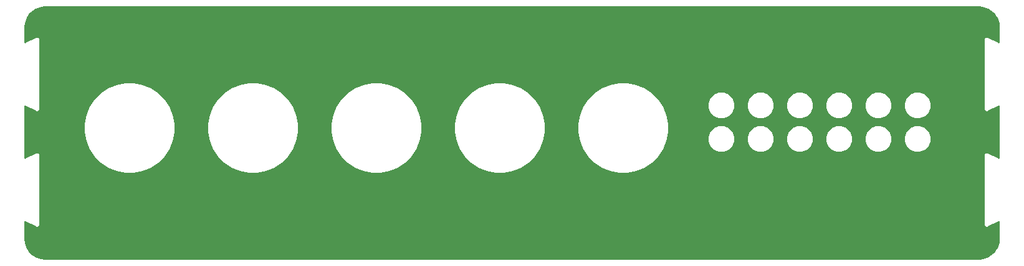
<source format=gbr>
G04 EAGLE Gerber RS-274X export*
G75*
%MOMM*%
%FSLAX34Y34*%
%LPD*%
%INBottom Copper*%
%IPPOS*%
%AMOC8*
5,1,8,0,0,1.08239X$1,22.5*%
G01*
%ADD10C,4.316000*%

G36*
X1300022Y2543D02*
X1300022Y2543D01*
X1300100Y2545D01*
X1304197Y2867D01*
X1304264Y2881D01*
X1304333Y2885D01*
X1304489Y2925D01*
X1312282Y5457D01*
X1312390Y5508D01*
X1312500Y5551D01*
X1312551Y5584D01*
X1312570Y5593D01*
X1312586Y5606D01*
X1312636Y5638D01*
X1319265Y10454D01*
X1319352Y10535D01*
X1319443Y10611D01*
X1319482Y10658D01*
X1319497Y10672D01*
X1319508Y10689D01*
X1319546Y10735D01*
X1324362Y17364D01*
X1324420Y17468D01*
X1324483Y17568D01*
X1324506Y17625D01*
X1324516Y17643D01*
X1324521Y17662D01*
X1324543Y17718D01*
X1327075Y25511D01*
X1327088Y25579D01*
X1327110Y25644D01*
X1327133Y25803D01*
X1327455Y29900D01*
X1327454Y29922D01*
X1327459Y30000D01*
X1327459Y53835D01*
X1327447Y53929D01*
X1327445Y54024D01*
X1327428Y54086D01*
X1327419Y54151D01*
X1327385Y54239D01*
X1327359Y54330D01*
X1327326Y54386D01*
X1327302Y54447D01*
X1327247Y54523D01*
X1327199Y54605D01*
X1327154Y54651D01*
X1327116Y54704D01*
X1327043Y54764D01*
X1326976Y54832D01*
X1326921Y54865D01*
X1326871Y54907D01*
X1326785Y54947D01*
X1326704Y54996D01*
X1326642Y55015D01*
X1326583Y55042D01*
X1326490Y55060D01*
X1326399Y55087D01*
X1326334Y55090D01*
X1326271Y55102D01*
X1326176Y55096D01*
X1326082Y55100D01*
X1326018Y55086D01*
X1325953Y55082D01*
X1325863Y55053D01*
X1325771Y55033D01*
X1325668Y54990D01*
X1325651Y54984D01*
X1325642Y54979D01*
X1325622Y54971D01*
X1311689Y48004D01*
X1311587Y47935D01*
X1311480Y47873D01*
X1311441Y47838D01*
X1311425Y47827D01*
X1311411Y47811D01*
X1311359Y47766D01*
X1311052Y47459D01*
X1310899Y47459D01*
X1310845Y47452D01*
X1310791Y47455D01*
X1310688Y47433D01*
X1310584Y47419D01*
X1310533Y47399D01*
X1310480Y47388D01*
X1310332Y47325D01*
X1310195Y47257D01*
X1309783Y47394D01*
X1309662Y47418D01*
X1309542Y47449D01*
X1309490Y47452D01*
X1309471Y47456D01*
X1309450Y47455D01*
X1309382Y47459D01*
X1308948Y47459D01*
X1308839Y47567D01*
X1308796Y47601D01*
X1308759Y47641D01*
X1308671Y47698D01*
X1308588Y47762D01*
X1308538Y47784D01*
X1308492Y47814D01*
X1308343Y47874D01*
X1308198Y47922D01*
X1308004Y48311D01*
X1307935Y48413D01*
X1307873Y48520D01*
X1307838Y48559D01*
X1307827Y48575D01*
X1307811Y48589D01*
X1307766Y48641D01*
X1307459Y48948D01*
X1307459Y49101D01*
X1307452Y49155D01*
X1307455Y49209D01*
X1307433Y49312D01*
X1307419Y49416D01*
X1307399Y49467D01*
X1307388Y49520D01*
X1307325Y49668D01*
X1307257Y49805D01*
X1307394Y50217D01*
X1307418Y50338D01*
X1307449Y50458D01*
X1307452Y50510D01*
X1307456Y50529D01*
X1307455Y50550D01*
X1307459Y50618D01*
X1307459Y144382D01*
X1307444Y144504D01*
X1307435Y144627D01*
X1307422Y144678D01*
X1307419Y144697D01*
X1307412Y144717D01*
X1307394Y144783D01*
X1307257Y145195D01*
X1307325Y145332D01*
X1307343Y145383D01*
X1307370Y145431D01*
X1307396Y145533D01*
X1307431Y145632D01*
X1307435Y145686D01*
X1307449Y145739D01*
X1307459Y145899D01*
X1307459Y146052D01*
X1307766Y146359D01*
X1307842Y146457D01*
X1307923Y146550D01*
X1307949Y146596D01*
X1307961Y146611D01*
X1307970Y146630D01*
X1308004Y146689D01*
X1308198Y147078D01*
X1308343Y147126D01*
X1308392Y147149D01*
X1308445Y147165D01*
X1308535Y147218D01*
X1308630Y147263D01*
X1308672Y147299D01*
X1308719Y147326D01*
X1308839Y147433D01*
X1308948Y147541D01*
X1309382Y147541D01*
X1309504Y147556D01*
X1309627Y147565D01*
X1309678Y147578D01*
X1309697Y147581D01*
X1309717Y147588D01*
X1309783Y147606D01*
X1310195Y147743D01*
X1310332Y147675D01*
X1310383Y147657D01*
X1310431Y147630D01*
X1310533Y147604D01*
X1310632Y147569D01*
X1310686Y147565D01*
X1310739Y147551D01*
X1310899Y147541D01*
X1311052Y147541D01*
X1311359Y147234D01*
X1311457Y147158D01*
X1311550Y147077D01*
X1311596Y147051D01*
X1311611Y147039D01*
X1311630Y147030D01*
X1311689Y146996D01*
X1325622Y140029D01*
X1325712Y139998D01*
X1325797Y139958D01*
X1325861Y139946D01*
X1325922Y139924D01*
X1326017Y139916D01*
X1326110Y139898D01*
X1326174Y139902D01*
X1326239Y139896D01*
X1326333Y139912D01*
X1326427Y139918D01*
X1326489Y139938D01*
X1326553Y139948D01*
X1326640Y139987D01*
X1326729Y140016D01*
X1326784Y140051D01*
X1326844Y140077D01*
X1326918Y140135D01*
X1326998Y140186D01*
X1327043Y140233D01*
X1327094Y140274D01*
X1327151Y140349D01*
X1327216Y140418D01*
X1327247Y140474D01*
X1327287Y140526D01*
X1327324Y140613D01*
X1327370Y140696D01*
X1327386Y140759D01*
X1327411Y140819D01*
X1327425Y140913D01*
X1327449Y141004D01*
X1327456Y141115D01*
X1327459Y141133D01*
X1327458Y141143D01*
X1327459Y141165D01*
X1327459Y211335D01*
X1327447Y211429D01*
X1327445Y211524D01*
X1327428Y211586D01*
X1327419Y211651D01*
X1327385Y211739D01*
X1327359Y211830D01*
X1327326Y211886D01*
X1327302Y211947D01*
X1327247Y212023D01*
X1327199Y212105D01*
X1327154Y212151D01*
X1327116Y212204D01*
X1327043Y212264D01*
X1326976Y212332D01*
X1326921Y212365D01*
X1326871Y212407D01*
X1326785Y212447D01*
X1326704Y212496D01*
X1326642Y212515D01*
X1326583Y212542D01*
X1326490Y212560D01*
X1326399Y212587D01*
X1326334Y212590D01*
X1326271Y212602D01*
X1326176Y212596D01*
X1326082Y212600D01*
X1326018Y212586D01*
X1325953Y212582D01*
X1325863Y212553D01*
X1325771Y212533D01*
X1325668Y212490D01*
X1325651Y212484D01*
X1325642Y212479D01*
X1325622Y212471D01*
X1311689Y205504D01*
X1311630Y205465D01*
X1311628Y205464D01*
X1311619Y205457D01*
X1311587Y205435D01*
X1311480Y205373D01*
X1311441Y205338D01*
X1311425Y205327D01*
X1311411Y205311D01*
X1311374Y205279D01*
X1311371Y205277D01*
X1311370Y205275D01*
X1311359Y205266D01*
X1311052Y204959D01*
X1310899Y204959D01*
X1310845Y204952D01*
X1310791Y204955D01*
X1310688Y204933D01*
X1310584Y204919D01*
X1310533Y204899D01*
X1310480Y204888D01*
X1310332Y204825D01*
X1310195Y204757D01*
X1309783Y204894D01*
X1309662Y204918D01*
X1309542Y204949D01*
X1309490Y204952D01*
X1309471Y204956D01*
X1309450Y204955D01*
X1309382Y204959D01*
X1308948Y204959D01*
X1308839Y205067D01*
X1308796Y205101D01*
X1308759Y205141D01*
X1308671Y205198D01*
X1308588Y205262D01*
X1308538Y205284D01*
X1308492Y205314D01*
X1308343Y205374D01*
X1308198Y205422D01*
X1308004Y205811D01*
X1307935Y205913D01*
X1307873Y206020D01*
X1307838Y206059D01*
X1307827Y206075D01*
X1307811Y206089D01*
X1307766Y206141D01*
X1307459Y206448D01*
X1307459Y206601D01*
X1307452Y206655D01*
X1307455Y206709D01*
X1307433Y206812D01*
X1307419Y206916D01*
X1307399Y206967D01*
X1307388Y207020D01*
X1307325Y207168D01*
X1307257Y207305D01*
X1307394Y207717D01*
X1307418Y207838D01*
X1307449Y207958D01*
X1307452Y208010D01*
X1307456Y208029D01*
X1307455Y208050D01*
X1307459Y208118D01*
X1307459Y301882D01*
X1307444Y302004D01*
X1307435Y302127D01*
X1307422Y302178D01*
X1307419Y302197D01*
X1307412Y302217D01*
X1307394Y302283D01*
X1307257Y302695D01*
X1307325Y302832D01*
X1307343Y302883D01*
X1307370Y302931D01*
X1307396Y303033D01*
X1307431Y303132D01*
X1307435Y303186D01*
X1307449Y303239D01*
X1307459Y303399D01*
X1307459Y303552D01*
X1307766Y303859D01*
X1307842Y303957D01*
X1307923Y304050D01*
X1307949Y304096D01*
X1307961Y304111D01*
X1307970Y304130D01*
X1308004Y304189D01*
X1308198Y304578D01*
X1308343Y304626D01*
X1308392Y304649D01*
X1308445Y304665D01*
X1308535Y304718D01*
X1308630Y304763D01*
X1308672Y304798D01*
X1308719Y304826D01*
X1308839Y304933D01*
X1308948Y305041D01*
X1309382Y305041D01*
X1309504Y305056D01*
X1309627Y305065D01*
X1309678Y305078D01*
X1309697Y305081D01*
X1309717Y305088D01*
X1309783Y305106D01*
X1310195Y305243D01*
X1310332Y305175D01*
X1310383Y305157D01*
X1310431Y305130D01*
X1310533Y305104D01*
X1310632Y305069D01*
X1310686Y305065D01*
X1310739Y305051D01*
X1310899Y305041D01*
X1311052Y305041D01*
X1311359Y304734D01*
X1311457Y304658D01*
X1311550Y304577D01*
X1311596Y304551D01*
X1311611Y304539D01*
X1311630Y304530D01*
X1311689Y304496D01*
X1325622Y297529D01*
X1325712Y297498D01*
X1325797Y297458D01*
X1325861Y297446D01*
X1325922Y297424D01*
X1326017Y297416D01*
X1326110Y297398D01*
X1326174Y297402D01*
X1326239Y297396D01*
X1326333Y297412D01*
X1326427Y297418D01*
X1326489Y297438D01*
X1326553Y297448D01*
X1326640Y297487D01*
X1326729Y297516D01*
X1326784Y297551D01*
X1326844Y297577D01*
X1326918Y297635D01*
X1326998Y297686D01*
X1327043Y297733D01*
X1327094Y297774D01*
X1327151Y297849D01*
X1327216Y297918D01*
X1327247Y297974D01*
X1327287Y298026D01*
X1327324Y298113D01*
X1327370Y298196D01*
X1327386Y298259D01*
X1327411Y298319D01*
X1327425Y298413D01*
X1327449Y298504D01*
X1327456Y298615D01*
X1327459Y298633D01*
X1327458Y298643D01*
X1327459Y298665D01*
X1327459Y320000D01*
X1327457Y320022D01*
X1327455Y320100D01*
X1327133Y324197D01*
X1327119Y324264D01*
X1327115Y324333D01*
X1327075Y324489D01*
X1324543Y332282D01*
X1324492Y332390D01*
X1324449Y332500D01*
X1324416Y332551D01*
X1324407Y332570D01*
X1324394Y332586D01*
X1324362Y332636D01*
X1319546Y339265D01*
X1319465Y339352D01*
X1319389Y339443D01*
X1319342Y339482D01*
X1319328Y339497D01*
X1319311Y339508D01*
X1319265Y339546D01*
X1312636Y344362D01*
X1312532Y344420D01*
X1312432Y344483D01*
X1312375Y344506D01*
X1312357Y344516D01*
X1312338Y344521D01*
X1312282Y344543D01*
X1304489Y347075D01*
X1304421Y347088D01*
X1304356Y347110D01*
X1304197Y347133D01*
X1300100Y347455D01*
X1300078Y347454D01*
X1300000Y347459D01*
X30000Y347459D01*
X29978Y347457D01*
X29900Y347455D01*
X25803Y347133D01*
X25736Y347119D01*
X25667Y347115D01*
X25511Y347075D01*
X17718Y344543D01*
X17610Y344492D01*
X17500Y344449D01*
X17449Y344416D01*
X17430Y344407D01*
X17414Y344394D01*
X17364Y344362D01*
X10735Y339546D01*
X10648Y339465D01*
X10557Y339389D01*
X10518Y339342D01*
X10503Y339328D01*
X10492Y339311D01*
X10454Y339265D01*
X5638Y332636D01*
X5580Y332532D01*
X5517Y332432D01*
X5494Y332375D01*
X5484Y332357D01*
X5479Y332338D01*
X5457Y332282D01*
X2925Y324489D01*
X2912Y324421D01*
X2890Y324356D01*
X2867Y324197D01*
X2545Y320100D01*
X2546Y320078D01*
X2541Y320000D01*
X2541Y298665D01*
X2553Y298571D01*
X2555Y298476D01*
X2572Y298414D01*
X2581Y298349D01*
X2615Y298261D01*
X2641Y298170D01*
X2674Y298114D01*
X2698Y298053D01*
X2753Y297977D01*
X2801Y297895D01*
X2846Y297849D01*
X2884Y297796D01*
X2957Y297736D01*
X3024Y297668D01*
X3079Y297635D01*
X3129Y297593D01*
X3215Y297553D01*
X3296Y297504D01*
X3358Y297485D01*
X3417Y297458D01*
X3510Y297440D01*
X3601Y297413D01*
X3666Y297410D01*
X3729Y297398D01*
X3824Y297404D01*
X3918Y297400D01*
X3982Y297414D01*
X4047Y297418D01*
X4137Y297447D01*
X4229Y297467D01*
X4332Y297510D01*
X4349Y297516D01*
X4358Y297521D01*
X4378Y297529D01*
X18311Y304496D01*
X18413Y304565D01*
X18520Y304627D01*
X18559Y304662D01*
X18575Y304673D01*
X18589Y304689D01*
X18641Y304734D01*
X18948Y305041D01*
X19101Y305041D01*
X19155Y305048D01*
X19209Y305045D01*
X19312Y305067D01*
X19416Y305081D01*
X19467Y305101D01*
X19520Y305112D01*
X19668Y305175D01*
X19805Y305243D01*
X20217Y305106D01*
X20338Y305082D01*
X20458Y305051D01*
X20510Y305048D01*
X20529Y305044D01*
X20550Y305045D01*
X20618Y305041D01*
X21052Y305041D01*
X21161Y304933D01*
X21204Y304899D01*
X21241Y304859D01*
X21329Y304802D01*
X21412Y304738D01*
X21462Y304716D01*
X21508Y304686D01*
X21657Y304626D01*
X21802Y304578D01*
X21996Y304189D01*
X22064Y304087D01*
X22127Y303980D01*
X22162Y303941D01*
X22173Y303925D01*
X22189Y303911D01*
X22234Y303859D01*
X22541Y303552D01*
X22541Y303399D01*
X22548Y303345D01*
X22545Y303291D01*
X22567Y303188D01*
X22581Y303084D01*
X22601Y303033D01*
X22612Y302980D01*
X22675Y302832D01*
X22743Y302695D01*
X22606Y302283D01*
X22582Y302162D01*
X22551Y302042D01*
X22548Y301990D01*
X22544Y301971D01*
X22545Y301950D01*
X22541Y301882D01*
X22541Y208118D01*
X22556Y207996D01*
X22565Y207873D01*
X22578Y207822D01*
X22581Y207803D01*
X22588Y207783D01*
X22606Y207717D01*
X22743Y207305D01*
X22675Y207168D01*
X22657Y207117D01*
X22630Y207069D01*
X22604Y206968D01*
X22569Y206868D01*
X22565Y206814D01*
X22551Y206761D01*
X22541Y206601D01*
X22541Y206448D01*
X22234Y206141D01*
X22158Y206043D01*
X22077Y205950D01*
X22050Y205904D01*
X22039Y205889D01*
X22030Y205870D01*
X21996Y205811D01*
X21802Y205422D01*
X21657Y205374D01*
X21608Y205351D01*
X21555Y205335D01*
X21465Y205282D01*
X21370Y205237D01*
X21328Y205202D01*
X21281Y205174D01*
X21161Y205067D01*
X21052Y204959D01*
X20618Y204959D01*
X20496Y204944D01*
X20373Y204935D01*
X20322Y204922D01*
X20303Y204919D01*
X20283Y204912D01*
X20217Y204894D01*
X19805Y204757D01*
X19668Y204825D01*
X19617Y204843D01*
X19569Y204870D01*
X19468Y204896D01*
X19368Y204931D01*
X19314Y204935D01*
X19261Y204949D01*
X19101Y204959D01*
X18948Y204959D01*
X18641Y205266D01*
X18556Y205332D01*
X18507Y205378D01*
X18493Y205386D01*
X18450Y205423D01*
X18404Y205449D01*
X18389Y205461D01*
X18370Y205470D01*
X18311Y205504D01*
X4378Y212471D01*
X4288Y212502D01*
X4203Y212542D01*
X4139Y212554D01*
X4078Y212576D01*
X3983Y212584D01*
X3890Y212602D01*
X3826Y212598D01*
X3761Y212604D01*
X3667Y212588D01*
X3573Y212582D01*
X3511Y212562D01*
X3447Y212552D01*
X3360Y212513D01*
X3271Y212484D01*
X3216Y212449D01*
X3156Y212423D01*
X3082Y212365D01*
X3002Y212314D01*
X2957Y212267D01*
X2906Y212226D01*
X2849Y212151D01*
X2784Y212082D01*
X2753Y212026D01*
X2713Y211974D01*
X2676Y211886D01*
X2630Y211804D01*
X2614Y211741D01*
X2589Y211681D01*
X2575Y211587D01*
X2551Y211496D01*
X2544Y211385D01*
X2541Y211367D01*
X2542Y211357D01*
X2541Y211335D01*
X2541Y141165D01*
X2553Y141071D01*
X2555Y140976D01*
X2572Y140914D01*
X2581Y140849D01*
X2615Y140761D01*
X2641Y140670D01*
X2674Y140614D01*
X2698Y140553D01*
X2753Y140477D01*
X2801Y140395D01*
X2846Y140349D01*
X2884Y140296D01*
X2957Y140236D01*
X3024Y140168D01*
X3079Y140135D01*
X3129Y140093D01*
X3215Y140053D01*
X3296Y140004D01*
X3358Y139985D01*
X3417Y139958D01*
X3510Y139940D01*
X3601Y139913D01*
X3666Y139910D01*
X3729Y139898D01*
X3824Y139904D01*
X3918Y139900D01*
X3982Y139914D01*
X4047Y139918D01*
X4137Y139947D01*
X4229Y139967D01*
X4332Y140010D01*
X4349Y140016D01*
X4358Y140021D01*
X4378Y140029D01*
X18311Y146996D01*
X18413Y147065D01*
X18520Y147127D01*
X18559Y147162D01*
X18575Y147173D01*
X18589Y147189D01*
X18641Y147234D01*
X18948Y147541D01*
X19101Y147541D01*
X19155Y147548D01*
X19209Y147545D01*
X19312Y147567D01*
X19416Y147581D01*
X19467Y147601D01*
X19520Y147612D01*
X19668Y147675D01*
X19805Y147743D01*
X20217Y147606D01*
X20338Y147582D01*
X20458Y147551D01*
X20510Y147548D01*
X20529Y147544D01*
X20550Y147545D01*
X20618Y147541D01*
X21052Y147541D01*
X21161Y147433D01*
X21204Y147399D01*
X21241Y147359D01*
X21329Y147302D01*
X21412Y147238D01*
X21462Y147216D01*
X21508Y147186D01*
X21657Y147126D01*
X21802Y147078D01*
X21996Y146689D01*
X22065Y146587D01*
X22127Y146480D01*
X22162Y146441D01*
X22173Y146425D01*
X22189Y146411D01*
X22234Y146359D01*
X22541Y146052D01*
X22541Y145899D01*
X22548Y145845D01*
X22545Y145791D01*
X22567Y145688D01*
X22581Y145584D01*
X22601Y145533D01*
X22612Y145480D01*
X22675Y145332D01*
X22743Y145195D01*
X22606Y144783D01*
X22582Y144662D01*
X22551Y144542D01*
X22548Y144490D01*
X22544Y144471D01*
X22545Y144450D01*
X22541Y144382D01*
X22541Y50618D01*
X22556Y50496D01*
X22565Y50373D01*
X22578Y50322D01*
X22581Y50303D01*
X22588Y50283D01*
X22606Y50217D01*
X22743Y49805D01*
X22675Y49668D01*
X22657Y49617D01*
X22630Y49569D01*
X22604Y49468D01*
X22569Y49368D01*
X22565Y49314D01*
X22551Y49261D01*
X22541Y49101D01*
X22541Y48948D01*
X22234Y48641D01*
X22158Y48543D01*
X22077Y48450D01*
X22050Y48404D01*
X22039Y48389D01*
X22030Y48370D01*
X21996Y48311D01*
X21802Y47922D01*
X21657Y47874D01*
X21608Y47851D01*
X21555Y47835D01*
X21465Y47782D01*
X21370Y47737D01*
X21328Y47702D01*
X21281Y47674D01*
X21161Y47567D01*
X21052Y47459D01*
X20618Y47459D01*
X20496Y47444D01*
X20373Y47435D01*
X20322Y47422D01*
X20303Y47419D01*
X20283Y47412D01*
X20217Y47394D01*
X19805Y47257D01*
X19668Y47325D01*
X19617Y47343D01*
X19569Y47370D01*
X19468Y47396D01*
X19368Y47431D01*
X19314Y47435D01*
X19261Y47449D01*
X19101Y47459D01*
X18948Y47459D01*
X18641Y47766D01*
X18543Y47842D01*
X18450Y47923D01*
X18404Y47949D01*
X18389Y47961D01*
X18370Y47970D01*
X18311Y48004D01*
X4378Y54971D01*
X4288Y55002D01*
X4203Y55042D01*
X4139Y55054D01*
X4078Y55076D01*
X3983Y55084D01*
X3890Y55102D01*
X3826Y55098D01*
X3761Y55104D01*
X3667Y55088D01*
X3573Y55082D01*
X3511Y55062D01*
X3447Y55052D01*
X3360Y55013D01*
X3271Y54984D01*
X3216Y54949D01*
X3156Y54923D01*
X3082Y54865D01*
X3002Y54814D01*
X2957Y54767D01*
X2906Y54726D01*
X2849Y54651D01*
X2784Y54582D01*
X2753Y54526D01*
X2713Y54474D01*
X2676Y54387D01*
X2630Y54304D01*
X2614Y54241D01*
X2589Y54181D01*
X2575Y54087D01*
X2551Y53996D01*
X2544Y53885D01*
X2541Y53867D01*
X2542Y53857D01*
X2541Y53835D01*
X2541Y30000D01*
X2543Y29978D01*
X2545Y29900D01*
X2867Y25803D01*
X2881Y25736D01*
X2885Y25667D01*
X2925Y25511D01*
X5457Y17718D01*
X5508Y17610D01*
X5551Y17500D01*
X5584Y17449D01*
X5593Y17430D01*
X5606Y17414D01*
X5638Y17364D01*
X10454Y10735D01*
X10535Y10648D01*
X10611Y10557D01*
X10658Y10518D01*
X10672Y10503D01*
X10689Y10492D01*
X10735Y10454D01*
X10810Y10399D01*
X17364Y5638D01*
X17468Y5580D01*
X17568Y5517D01*
X17625Y5494D01*
X17643Y5484D01*
X17662Y5479D01*
X17718Y5457D01*
X25511Y2925D01*
X25579Y2912D01*
X25644Y2890D01*
X25803Y2867D01*
X29900Y2545D01*
X29922Y2546D01*
X30000Y2541D01*
X1300000Y2541D01*
X1300022Y2543D01*
G37*
%LPC*%
G36*
X642348Y120759D02*
X642348Y120759D01*
X630555Y123105D01*
X619446Y127706D01*
X609449Y134387D01*
X600947Y142889D01*
X594266Y152886D01*
X589665Y163995D01*
X587319Y175788D01*
X587319Y187812D01*
X589665Y199605D01*
X594266Y210714D01*
X600947Y220711D01*
X609449Y229213D01*
X619446Y235894D01*
X630555Y240495D01*
X642348Y242841D01*
X654372Y242841D01*
X666165Y240495D01*
X677274Y235894D01*
X687271Y229213D01*
X695773Y220711D01*
X702454Y210714D01*
X707055Y199605D01*
X709401Y187812D01*
X709401Y175788D01*
X707055Y163995D01*
X702454Y152886D01*
X695773Y142889D01*
X687271Y134387D01*
X677274Y127706D01*
X666165Y123105D01*
X654372Y120759D01*
X642348Y120759D01*
G37*
%LPD*%
%LPC*%
G36*
X139548Y120759D02*
X139548Y120759D01*
X127755Y123105D01*
X116646Y127706D01*
X106649Y134387D01*
X98147Y142889D01*
X91466Y152886D01*
X86865Y163995D01*
X84519Y175788D01*
X84519Y187812D01*
X86865Y199605D01*
X91466Y210714D01*
X98147Y220711D01*
X106649Y229213D01*
X116646Y235894D01*
X127755Y240495D01*
X139548Y242841D01*
X151572Y242841D01*
X163365Y240495D01*
X174474Y235894D01*
X184471Y229213D01*
X192973Y220711D01*
X199654Y210714D01*
X204255Y199605D01*
X206601Y187812D01*
X206601Y175788D01*
X204255Y163995D01*
X199654Y152886D01*
X192973Y142889D01*
X184471Y134387D01*
X174474Y127706D01*
X163365Y123105D01*
X151572Y120759D01*
X139548Y120759D01*
G37*
%LPD*%
%LPC*%
G36*
X474708Y120759D02*
X474708Y120759D01*
X462915Y123105D01*
X451806Y127706D01*
X441809Y134387D01*
X433307Y142889D01*
X426626Y152886D01*
X422025Y163995D01*
X419679Y175788D01*
X419679Y187812D01*
X422025Y199605D01*
X426626Y210714D01*
X433307Y220711D01*
X441809Y229213D01*
X451806Y235894D01*
X462915Y240495D01*
X474708Y242841D01*
X486732Y242841D01*
X498525Y240495D01*
X509634Y235894D01*
X519631Y229213D01*
X528133Y220711D01*
X534814Y210714D01*
X539415Y199605D01*
X541761Y187812D01*
X541761Y175788D01*
X539415Y163995D01*
X534814Y152886D01*
X528133Y142889D01*
X519631Y134387D01*
X509634Y127706D01*
X498525Y123105D01*
X486732Y120759D01*
X474708Y120759D01*
G37*
%LPD*%
%LPC*%
G36*
X307068Y120759D02*
X307068Y120759D01*
X295275Y123105D01*
X284166Y127706D01*
X274169Y134387D01*
X265667Y142889D01*
X258986Y152886D01*
X254385Y163995D01*
X252039Y175788D01*
X252039Y187812D01*
X254385Y199605D01*
X258986Y210714D01*
X265667Y220711D01*
X274169Y229213D01*
X284166Y235894D01*
X295275Y240495D01*
X307068Y242841D01*
X319092Y242841D01*
X330885Y240495D01*
X341994Y235894D01*
X351991Y229213D01*
X360493Y220711D01*
X367174Y210714D01*
X371775Y199605D01*
X374121Y187812D01*
X374121Y175788D01*
X371775Y163995D01*
X367174Y152886D01*
X360493Y142889D01*
X351991Y134387D01*
X341994Y127706D01*
X330885Y123105D01*
X319092Y120759D01*
X307068Y120759D01*
G37*
%LPD*%
%LPC*%
G36*
X809988Y120759D02*
X809988Y120759D01*
X798195Y123105D01*
X787086Y127706D01*
X777089Y134387D01*
X768587Y142889D01*
X761906Y152886D01*
X757305Y163995D01*
X754959Y175788D01*
X754959Y187812D01*
X757305Y199605D01*
X761906Y210714D01*
X768587Y220711D01*
X777089Y229213D01*
X787086Y235894D01*
X798195Y240495D01*
X809988Y242841D01*
X822012Y242841D01*
X833805Y240495D01*
X844914Y235894D01*
X854911Y229213D01*
X863413Y220711D01*
X870094Y210714D01*
X874695Y199605D01*
X877041Y187812D01*
X877041Y175788D01*
X874695Y163995D01*
X870094Y152886D01*
X863413Y142889D01*
X854911Y134387D01*
X844914Y127706D01*
X833805Y123105D01*
X822012Y120759D01*
X809988Y120759D01*
G37*
%LPD*%
%LPC*%
G36*
X1212491Y195059D02*
X1212491Y195059D01*
X1206044Y197730D01*
X1201110Y202664D01*
X1198439Y209111D01*
X1198439Y216089D01*
X1201110Y222536D01*
X1206044Y227470D01*
X1212491Y230141D01*
X1219469Y230141D01*
X1225916Y227470D01*
X1230850Y222536D01*
X1233521Y216089D01*
X1233521Y209111D01*
X1230850Y202664D01*
X1225916Y197730D01*
X1219469Y195059D01*
X1212491Y195059D01*
G37*
%LPD*%
%LPC*%
G36*
X1159151Y195059D02*
X1159151Y195059D01*
X1152704Y197730D01*
X1147770Y202664D01*
X1145099Y209111D01*
X1145099Y216089D01*
X1147770Y222536D01*
X1152704Y227470D01*
X1159151Y230141D01*
X1166129Y230141D01*
X1172576Y227470D01*
X1177510Y222536D01*
X1180181Y216089D01*
X1180181Y209111D01*
X1177510Y202664D01*
X1172576Y197730D01*
X1166129Y195059D01*
X1159151Y195059D01*
G37*
%LPD*%
%LPC*%
G36*
X1105811Y195059D02*
X1105811Y195059D01*
X1099364Y197730D01*
X1094430Y202664D01*
X1091759Y209111D01*
X1091759Y216089D01*
X1094430Y222536D01*
X1099364Y227470D01*
X1105811Y230141D01*
X1112789Y230141D01*
X1119236Y227470D01*
X1124170Y222536D01*
X1126841Y216089D01*
X1126841Y209111D01*
X1124170Y202664D01*
X1119236Y197730D01*
X1112789Y195059D01*
X1105811Y195059D01*
G37*
%LPD*%
%LPC*%
G36*
X1052511Y195059D02*
X1052511Y195059D01*
X1046064Y197730D01*
X1041130Y202664D01*
X1038459Y209111D01*
X1038459Y216089D01*
X1041130Y222536D01*
X1046064Y227470D01*
X1052511Y230141D01*
X1059489Y230141D01*
X1065936Y227470D01*
X1070870Y222536D01*
X1073541Y216089D01*
X1073541Y209111D01*
X1070870Y202664D01*
X1065936Y197730D01*
X1059489Y195059D01*
X1052511Y195059D01*
G37*
%LPD*%
%LPC*%
G36*
X999211Y195059D02*
X999211Y195059D01*
X992764Y197730D01*
X987830Y202664D01*
X985159Y209111D01*
X985159Y216089D01*
X987830Y222536D01*
X992764Y227470D01*
X999211Y230141D01*
X1006189Y230141D01*
X1012636Y227470D01*
X1017570Y222536D01*
X1020241Y216089D01*
X1020241Y209111D01*
X1017570Y202664D01*
X1012636Y197730D01*
X1006189Y195059D01*
X999211Y195059D01*
G37*
%LPD*%
%LPC*%
G36*
X945911Y195059D02*
X945911Y195059D01*
X939464Y197730D01*
X934530Y202664D01*
X931859Y209111D01*
X931859Y216089D01*
X934530Y222536D01*
X939464Y227470D01*
X945911Y230141D01*
X952889Y230141D01*
X959336Y227470D01*
X964270Y222536D01*
X966941Y216089D01*
X966941Y209111D01*
X964270Y202664D01*
X959336Y197730D01*
X952889Y195059D01*
X945911Y195059D01*
G37*
%LPD*%
%LPC*%
G36*
X1212491Y149359D02*
X1212491Y149359D01*
X1206044Y152030D01*
X1201110Y156964D01*
X1198439Y163411D01*
X1198439Y170389D01*
X1201110Y176836D01*
X1206044Y181770D01*
X1212491Y184441D01*
X1219469Y184441D01*
X1225916Y181770D01*
X1230850Y176836D01*
X1233521Y170389D01*
X1233521Y163411D01*
X1230850Y156964D01*
X1225916Y152030D01*
X1219469Y149359D01*
X1212491Y149359D01*
G37*
%LPD*%
%LPC*%
G36*
X1159151Y149359D02*
X1159151Y149359D01*
X1152704Y152030D01*
X1147770Y156964D01*
X1145099Y163411D01*
X1145099Y170389D01*
X1147770Y176836D01*
X1152704Y181770D01*
X1159151Y184441D01*
X1166129Y184441D01*
X1172576Y181770D01*
X1177510Y176836D01*
X1180181Y170389D01*
X1180181Y163411D01*
X1177510Y156964D01*
X1172576Y152030D01*
X1166129Y149359D01*
X1159151Y149359D01*
G37*
%LPD*%
%LPC*%
G36*
X1105811Y149359D02*
X1105811Y149359D01*
X1099364Y152030D01*
X1094430Y156964D01*
X1091759Y163411D01*
X1091759Y170389D01*
X1094430Y176836D01*
X1099364Y181770D01*
X1105811Y184441D01*
X1112789Y184441D01*
X1119236Y181770D01*
X1124170Y176836D01*
X1126841Y170389D01*
X1126841Y163411D01*
X1124170Y156964D01*
X1119236Y152030D01*
X1112789Y149359D01*
X1105811Y149359D01*
G37*
%LPD*%
%LPC*%
G36*
X1052511Y149359D02*
X1052511Y149359D01*
X1046064Y152030D01*
X1041130Y156964D01*
X1038459Y163411D01*
X1038459Y170389D01*
X1041130Y176836D01*
X1046064Y181770D01*
X1052511Y184441D01*
X1059489Y184441D01*
X1065936Y181770D01*
X1070870Y176836D01*
X1073541Y170389D01*
X1073541Y163411D01*
X1070870Y156964D01*
X1065936Y152030D01*
X1059489Y149359D01*
X1052511Y149359D01*
G37*
%LPD*%
%LPC*%
G36*
X999211Y149359D02*
X999211Y149359D01*
X992764Y152030D01*
X987830Y156964D01*
X985159Y163411D01*
X985159Y170389D01*
X987830Y176836D01*
X992764Y181770D01*
X999211Y184441D01*
X1006189Y184441D01*
X1012636Y181770D01*
X1017570Y176836D01*
X1020241Y170389D01*
X1020241Y163411D01*
X1017570Y156964D01*
X1012636Y152030D01*
X1006189Y149359D01*
X999211Y149359D01*
G37*
%LPD*%
%LPC*%
G36*
X945911Y149359D02*
X945911Y149359D01*
X939464Y152030D01*
X934530Y156964D01*
X931859Y163411D01*
X931859Y170389D01*
X934530Y176836D01*
X939464Y181770D01*
X945911Y184441D01*
X952889Y184441D01*
X959336Y181770D01*
X964270Y176836D01*
X966941Y170389D01*
X966941Y163411D01*
X964270Y156964D01*
X959336Y152030D01*
X952889Y149359D01*
X945911Y149359D01*
G37*
%LPD*%
D10*
X59210Y306600D03*
X59210Y56700D03*
X1269210Y56700D03*
X1269210Y306600D03*
M02*

</source>
